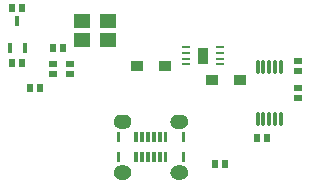
<source format=gbr>
G04 Layer_Color=128*
%FSLAX25Y25*%
%MOIN*%
%TF.FileFunction,Paste,Bot*%
%TF.Part,Single*%
G01*
G75*
%TA.AperFunction,SMDPad*%
%ADD10R,0.02559X0.02362*%
%TA.AperFunction,SMDPad*%
%ADD17R,0.02362X0.02559*%
%TA.AperFunction,SMDPad*%
%ADD18R,0.03937X0.03268*%
%TA.AperFunction,SMDPad*%
%ADD53R,0.01575X0.03543*%
%TA.AperFunction,SMDPad*%
%ADD55O,0.01181X0.05315*%
%TA.AperFunction,SMDPad*%
%ADD56R,0.05512X0.04528*%
%TA.AperFunction,SMDPad*%
%ADD57R,0.03543X0.05512*%
%TA.AperFunction,SMDPad*%
%ADD58R,0.03150X0.00984*%
G36*
X392082Y241382D02*
X390901D01*
Y244807D01*
X392082D01*
Y241382D01*
D02*
G37*
G36*
X390113D02*
X388932D01*
Y244807D01*
X390113D01*
Y241382D01*
D02*
G37*
G36*
X394051D02*
X392869D01*
Y244807D01*
X394051D01*
Y241382D01*
D02*
G37*
G36*
X401925D02*
X400743D01*
Y244807D01*
X401925D01*
Y241382D01*
D02*
G37*
G36*
X396019D02*
X394838D01*
Y244807D01*
X396019D01*
Y241382D01*
D02*
G37*
G36*
X400665Y240394D02*
X400782Y240386D01*
X400899Y240371D01*
X401015Y240350D01*
X401130Y240324D01*
X401243Y240292D01*
X401355Y240255D01*
X401464Y240212D01*
X401572Y240163D01*
X401677Y240109D01*
X401779Y240051D01*
X401877Y239987D01*
X401973Y239918D01*
X402065Y239845D01*
X402153Y239767D01*
X402238Y239684D01*
X402318Y239598D01*
X402394Y239508D01*
X402465Y239414D01*
X402531Y239317D01*
X402593Y239216D01*
X402649Y239113D01*
X402700Y239006D01*
X402746Y238898D01*
X402786Y238787D01*
X402821Y238675D01*
X402850Y238561D01*
X402873Y238445D01*
X402891Y238329D01*
X402902Y238211D01*
X402908Y238094D01*
Y237976D01*
X402902Y237859D01*
X402891Y237741D01*
X402873Y237625D01*
X402850Y237509D01*
X402821Y237395D01*
X402786Y237283D01*
X402746Y237172D01*
X402700Y237064D01*
X402649Y236957D01*
X402593Y236854D01*
X402531Y236753D01*
X402465Y236656D01*
X402394Y236562D01*
X402318Y236472D01*
X402238Y236386D01*
X402153Y236303D01*
X402065Y236225D01*
X401973Y236152D01*
X401877Y236083D01*
X401779Y236019D01*
X401677Y235961D01*
X401572Y235907D01*
X401464Y235858D01*
X401355Y235815D01*
X401243Y235778D01*
X401130Y235746D01*
X401015Y235720D01*
X400899Y235699D01*
X400782Y235684D01*
X400665Y235676D01*
X400547Y235673D01*
X399366D01*
X399248Y235676D01*
X399131Y235684D01*
X399014Y235699D01*
X398898Y235720D01*
X398783Y235746D01*
X398669Y235778D01*
X398558Y235815D01*
X398448Y235858D01*
X398341Y235907D01*
X398236Y235961D01*
X398134Y236019D01*
X398035Y236083D01*
X397939Y236152D01*
X397847Y236225D01*
X397759Y236303D01*
X397675Y236386D01*
X397595Y236472D01*
X397519Y236562D01*
X397448Y236656D01*
X397381Y236753D01*
X397320Y236854D01*
X397264Y236957D01*
X397213Y237064D01*
X397167Y237172D01*
X397127Y237283D01*
X397092Y237395D01*
X397063Y237509D01*
X397039Y237625D01*
X397022Y237741D01*
X397010Y237859D01*
X397004Y237976D01*
Y238094D01*
X397010Y238211D01*
X397022Y238329D01*
X397039Y238445D01*
X397063Y238561D01*
X397092Y238675D01*
X397127Y238787D01*
X397167Y238898D01*
X397213Y239006D01*
X397264Y239113D01*
X397320Y239216D01*
X397381Y239317D01*
X397448Y239414D01*
X397519Y239508D01*
X397595Y239598D01*
X397675Y239684D01*
X397759Y239767D01*
X397847Y239845D01*
X397939Y239918D01*
X398035Y239987D01*
X398134Y240051D01*
X398236Y240109D01*
X398341Y240163D01*
X398448Y240212D01*
X398558Y240255D01*
X398669Y240292D01*
X398783Y240324D01*
X398898Y240350D01*
X399014Y240371D01*
X399131Y240386D01*
X399248Y240394D01*
X399366Y240397D01*
X400547D01*
X400665Y240394D01*
D02*
G37*
G36*
X381767D02*
X381884Y240386D01*
X382001Y240371D01*
X382117Y240350D01*
X382232Y240324D01*
X382345Y240292D01*
X382457Y240255D01*
X382566Y240212D01*
X382674Y240163D01*
X382779Y240109D01*
X382880Y240051D01*
X382979Y239987D01*
X383075Y239918D01*
X383167Y239845D01*
X383256Y239767D01*
X383340Y239684D01*
X383420Y239598D01*
X383496Y239508D01*
X383567Y239414D01*
X383633Y239317D01*
X383695Y239216D01*
X383751Y239113D01*
X383802Y239006D01*
X383848Y238898D01*
X383888Y238787D01*
X383923Y238675D01*
X383952Y238561D01*
X383975Y238445D01*
X383993Y238329D01*
X384004Y238211D01*
X384010Y238094D01*
Y237976D01*
X384004Y237859D01*
X383993Y237741D01*
X383975Y237625D01*
X383952Y237509D01*
X383923Y237395D01*
X383888Y237283D01*
X383848Y237172D01*
X383802Y237064D01*
X383751Y236957D01*
X383695Y236854D01*
X383633Y236753D01*
X383567Y236656D01*
X383496Y236562D01*
X383420Y236472D01*
X383340Y236386D01*
X383256Y236303D01*
X383167Y236225D01*
X383075Y236152D01*
X382979Y236083D01*
X382880Y236019D01*
X382779Y235961D01*
X382674Y235907D01*
X382566Y235858D01*
X382457Y235815D01*
X382345Y235778D01*
X382232Y235746D01*
X382117Y235720D01*
X382001Y235699D01*
X381884Y235684D01*
X381767Y235676D01*
X381649Y235673D01*
X380468D01*
X380350Y235676D01*
X380233Y235684D01*
X380116Y235699D01*
X380000Y235720D01*
X379885Y235746D01*
X379771Y235778D01*
X379660Y235815D01*
X379550Y235858D01*
X379443Y235907D01*
X379338Y235961D01*
X379236Y236019D01*
X379137Y236083D01*
X379041Y236152D01*
X378949Y236225D01*
X378861Y236303D01*
X378777Y236386D01*
X378697Y236472D01*
X378621Y236562D01*
X378550Y236656D01*
X378483Y236753D01*
X378422Y236854D01*
X378366Y236957D01*
X378314Y237064D01*
X378269Y237172D01*
X378228Y237283D01*
X378194Y237395D01*
X378165Y237509D01*
X378141Y237625D01*
X378124Y237741D01*
X378112Y237859D01*
X378106Y237976D01*
Y238094D01*
X378112Y238211D01*
X378124Y238329D01*
X378141Y238445D01*
X378165Y238561D01*
X378194Y238675D01*
X378228Y238787D01*
X378269Y238898D01*
X378314Y239006D01*
X378366Y239113D01*
X378422Y239216D01*
X378483Y239317D01*
X378550Y239414D01*
X378621Y239508D01*
X378697Y239598D01*
X378777Y239684D01*
X378861Y239767D01*
X378949Y239845D01*
X379041Y239918D01*
X379137Y239987D01*
X379236Y240051D01*
X379338Y240109D01*
X379443Y240163D01*
X379550Y240212D01*
X379660Y240255D01*
X379771Y240292D01*
X379885Y240324D01*
X380000Y240350D01*
X380116Y240371D01*
X380233Y240386D01*
X380350Y240394D01*
X380468Y240397D01*
X381649D01*
X381767Y240394D01*
D02*
G37*
G36*
X380271Y241382D02*
X379090D01*
Y244807D01*
X380271D01*
Y241382D01*
D02*
G37*
G36*
X388145D02*
X386964D01*
Y244807D01*
X388145D01*
Y241382D01*
D02*
G37*
G36*
X386176D02*
X384995D01*
Y244807D01*
X386176D01*
Y241382D01*
D02*
G37*
G36*
X396019Y248193D02*
X394838D01*
Y251618D01*
X396019D01*
Y248193D01*
D02*
G37*
G36*
X394051D02*
X392869D01*
Y251618D01*
X394051D01*
Y248193D01*
D02*
G37*
G36*
X401925D02*
X400743D01*
Y251618D01*
X401925D01*
Y248193D01*
D02*
G37*
G36*
X400665Y257324D02*
X400782Y257315D01*
X400899Y257301D01*
X401015Y257280D01*
X401130Y257254D01*
X401243Y257222D01*
X401355Y257185D01*
X401464Y257142D01*
X401572Y257093D01*
X401677Y257039D01*
X401779Y256981D01*
X401877Y256917D01*
X401973Y256848D01*
X402065Y256775D01*
X402153Y256697D01*
X402238Y256614D01*
X402318Y256528D01*
X402394Y256438D01*
X402465Y256344D01*
X402531Y256247D01*
X402593Y256146D01*
X402649Y256043D01*
X402700Y255937D01*
X402746Y255828D01*
X402786Y255717D01*
X402821Y255605D01*
X402850Y255491D01*
X402873Y255375D01*
X402891Y255259D01*
X402902Y255141D01*
X402908Y255024D01*
Y254906D01*
X402902Y254788D01*
X402891Y254671D01*
X402873Y254555D01*
X402850Y254439D01*
X402821Y254325D01*
X402786Y254213D01*
X402746Y254102D01*
X402700Y253994D01*
X402649Y253887D01*
X402593Y253784D01*
X402531Y253683D01*
X402465Y253586D01*
X402394Y253492D01*
X402318Y253402D01*
X402238Y253316D01*
X402153Y253233D01*
X402065Y253155D01*
X401973Y253082D01*
X401877Y253013D01*
X401779Y252949D01*
X401677Y252890D01*
X401572Y252837D01*
X401464Y252788D01*
X401355Y252745D01*
X401243Y252708D01*
X401130Y252676D01*
X401015Y252650D01*
X400899Y252629D01*
X400782Y252614D01*
X400665Y252606D01*
X400547Y252603D01*
X399366D01*
X399248Y252606D01*
X399131Y252614D01*
X399014Y252629D01*
X398898Y252650D01*
X398783Y252676D01*
X398669Y252708D01*
X398558Y252745D01*
X398448Y252788D01*
X398341Y252837D01*
X398236Y252890D01*
X398134Y252949D01*
X398035Y253013D01*
X397939Y253082D01*
X397847Y253155D01*
X397759Y253233D01*
X397675Y253316D01*
X397595Y253402D01*
X397519Y253492D01*
X397448Y253586D01*
X397381Y253683D01*
X397320Y253784D01*
X397264Y253887D01*
X397213Y253994D01*
X397167Y254102D01*
X397127Y254213D01*
X397092Y254325D01*
X397063Y254439D01*
X397039Y254555D01*
X397022Y254671D01*
X397010Y254788D01*
X397004Y254906D01*
Y255024D01*
X397010Y255141D01*
X397022Y255259D01*
X397039Y255375D01*
X397063Y255491D01*
X397092Y255605D01*
X397127Y255717D01*
X397167Y255828D01*
X397213Y255937D01*
X397264Y256043D01*
X397320Y256146D01*
X397381Y256247D01*
X397448Y256344D01*
X397519Y256438D01*
X397595Y256528D01*
X397675Y256614D01*
X397759Y256697D01*
X397847Y256775D01*
X397939Y256848D01*
X398035Y256917D01*
X398134Y256981D01*
X398236Y257039D01*
X398341Y257093D01*
X398448Y257142D01*
X398558Y257185D01*
X398669Y257222D01*
X398783Y257254D01*
X398898Y257280D01*
X399014Y257301D01*
X399131Y257315D01*
X399248Y257324D01*
X399366Y257327D01*
X400547D01*
X400665Y257324D01*
D02*
G37*
G36*
X381767D02*
X381884Y257315D01*
X382001Y257301D01*
X382117Y257280D01*
X382232Y257254D01*
X382345Y257222D01*
X382457Y257185D01*
X382566Y257142D01*
X382674Y257093D01*
X382779Y257039D01*
X382880Y256981D01*
X382979Y256917D01*
X383075Y256848D01*
X383167Y256775D01*
X383256Y256697D01*
X383340Y256614D01*
X383420Y256528D01*
X383496Y256438D01*
X383567Y256344D01*
X383633Y256247D01*
X383695Y256146D01*
X383751Y256043D01*
X383802Y255937D01*
X383848Y255828D01*
X383888Y255717D01*
X383923Y255605D01*
X383952Y255491D01*
X383975Y255375D01*
X383993Y255259D01*
X384004Y255141D01*
X384010Y255024D01*
Y254906D01*
X384004Y254788D01*
X383993Y254671D01*
X383975Y254555D01*
X383952Y254439D01*
X383923Y254325D01*
X383888Y254213D01*
X383848Y254102D01*
X383802Y253994D01*
X383751Y253887D01*
X383695Y253784D01*
X383633Y253683D01*
X383567Y253586D01*
X383496Y253492D01*
X383420Y253402D01*
X383340Y253316D01*
X383256Y253233D01*
X383167Y253155D01*
X383075Y253082D01*
X382979Y253013D01*
X382880Y252949D01*
X382779Y252890D01*
X382674Y252837D01*
X382566Y252788D01*
X382457Y252745D01*
X382345Y252708D01*
X382232Y252676D01*
X382117Y252650D01*
X382001Y252629D01*
X381884Y252614D01*
X381767Y252606D01*
X381649Y252603D01*
X380468D01*
X380350Y252606D01*
X380233Y252614D01*
X380116Y252629D01*
X380000Y252650D01*
X379885Y252676D01*
X379771Y252708D01*
X379660Y252745D01*
X379550Y252788D01*
X379443Y252837D01*
X379338Y252890D01*
X379236Y252949D01*
X379137Y253013D01*
X379041Y253082D01*
X378949Y253155D01*
X378861Y253233D01*
X378777Y253316D01*
X378697Y253402D01*
X378621Y253492D01*
X378550Y253586D01*
X378483Y253683D01*
X378422Y253784D01*
X378366Y253887D01*
X378314Y253994D01*
X378269Y254102D01*
X378228Y254213D01*
X378194Y254325D01*
X378165Y254439D01*
X378141Y254555D01*
X378124Y254671D01*
X378112Y254788D01*
X378106Y254906D01*
Y255024D01*
X378112Y255141D01*
X378124Y255259D01*
X378141Y255375D01*
X378165Y255491D01*
X378194Y255605D01*
X378228Y255717D01*
X378269Y255828D01*
X378314Y255937D01*
X378366Y256043D01*
X378422Y256146D01*
X378483Y256247D01*
X378550Y256344D01*
X378621Y256438D01*
X378697Y256528D01*
X378777Y256614D01*
X378861Y256697D01*
X378949Y256775D01*
X379041Y256848D01*
X379137Y256917D01*
X379236Y256981D01*
X379338Y257039D01*
X379443Y257093D01*
X379550Y257142D01*
X379660Y257185D01*
X379771Y257222D01*
X379885Y257254D01*
X380000Y257280D01*
X380116Y257301D01*
X380233Y257315D01*
X380350Y257324D01*
X380468Y257327D01*
X381649D01*
X381767Y257324D01*
D02*
G37*
G36*
X386176Y248193D02*
X384995D01*
Y251618D01*
X386176D01*
Y248193D01*
D02*
G37*
G36*
X380271D02*
X379090D01*
Y251618D01*
X380271D01*
Y248193D01*
D02*
G37*
G36*
X388145D02*
X386964D01*
Y251618D01*
X388145D01*
Y248193D01*
D02*
G37*
G36*
X392082D02*
X390901D01*
Y251618D01*
X392082D01*
Y248193D01*
D02*
G37*
G36*
X390113D02*
X388932D01*
Y251618D01*
X390113D01*
Y248193D01*
D02*
G37*
D10*
X439500Y271827D02*
D03*
Y275173D02*
D03*
X439500Y262827D02*
D03*
Y266173D02*
D03*
X358000Y274173D02*
D03*
Y270827D02*
D03*
X363500Y270827D02*
D03*
Y274173D02*
D03*
D17*
X429173Y249500D02*
D03*
X425827D02*
D03*
X361173Y279500D02*
D03*
X357827D02*
D03*
X347673Y293000D02*
D03*
X344327D02*
D03*
X347673Y274500D02*
D03*
X344327D02*
D03*
X350090Y266103D02*
D03*
X353437D02*
D03*
X415173Y241000D02*
D03*
X411827D02*
D03*
D18*
X385854Y273500D02*
D03*
X395146D02*
D03*
X420232Y268771D02*
D03*
X410941D02*
D03*
D53*
X346000Y288429D02*
D03*
X343441Y279571D02*
D03*
X348559D02*
D03*
D55*
X433937Y255740D02*
D03*
X431968D02*
D03*
X430000D02*
D03*
X428031D02*
D03*
X426063D02*
D03*
X433937Y273260D02*
D03*
X431968D02*
D03*
X430000D02*
D03*
X428031D02*
D03*
X426063D02*
D03*
D56*
X376331Y282350D02*
D03*
X367669Y288650D02*
D03*
Y282350D02*
D03*
X376331Y288650D02*
D03*
D57*
X408000Y277000D02*
D03*
D58*
X413669Y279953D02*
D03*
Y277984D02*
D03*
Y276016D02*
D03*
Y274047D02*
D03*
X402331Y279953D02*
D03*
Y277984D02*
D03*
Y276016D02*
D03*
Y274047D02*
D03*
%TF.MD5,AF96B50F28F6D80976E6E30564D9C2D6*%
M02*

</source>
